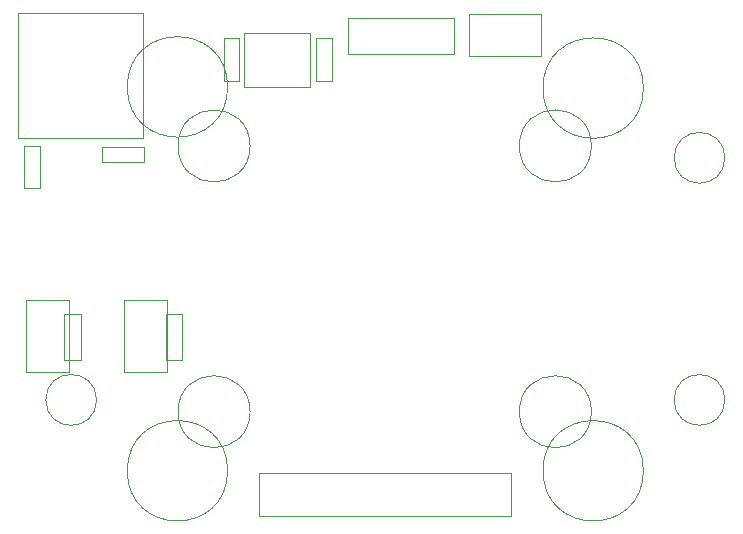
<source format=gbr>
G04 #@! TF.GenerationSoftware,KiCad,Pcbnew,5.0.0-rc2+dfsg1-3*
G04 #@! TF.CreationDate,2018-08-01T13:56:14+02:00*
G04 #@! TF.ProjectId,reform-trackball,7265666F726D2D747261636B62616C6C,rev?*
G04 #@! TF.SameCoordinates,Original*
G04 #@! TF.FileFunction,Other,User*
%FSLAX46Y46*%
G04 Gerber Fmt 4.6, Leading zero omitted, Abs format (unit mm)*
G04 Created by KiCad (PCBNEW 5.0.0-rc2+dfsg1-3) date Wed Aug  1 13:56:14 2018*
%MOMM*%
%LPD*%
G01*
G04 APERTURE LIST*
%ADD10C,0.050000*%
G04 APERTURE END LIST*
D10*
G04 #@! TO.C,C1*
X115550000Y-96300000D02*
X115550000Y-92700000D01*
X115550000Y-96300000D02*
X116850000Y-96300000D01*
X116850000Y-92700000D02*
X115550000Y-92700000D01*
X116850000Y-92700000D02*
X116850000Y-96300000D01*
G04 #@! TO.C,C2*
X124650000Y-92700000D02*
X124650000Y-96300000D01*
X124650000Y-92700000D02*
X123350000Y-92700000D01*
X123350000Y-96300000D02*
X124650000Y-96300000D01*
X123350000Y-96300000D02*
X123350000Y-92700000D01*
G04 #@! TO.C,C3*
X105200000Y-101850000D02*
X108800000Y-101850000D01*
X105200000Y-101850000D02*
X105200000Y-103150000D01*
X108800000Y-103150000D02*
X108800000Y-101850000D01*
X108800000Y-103150000D02*
X105200000Y-103150000D01*
G04 #@! TO.C,C4*
X98650000Y-105400000D02*
X98650000Y-101800000D01*
X98650000Y-105400000D02*
X99950000Y-105400000D01*
X99950000Y-101800000D02*
X98650000Y-101800000D01*
X99950000Y-101800000D02*
X99950000Y-105400000D01*
G04 #@! TO.C,Y1*
X122800000Y-92200000D02*
X117200000Y-92200000D01*
X122800000Y-96800000D02*
X122800000Y-92200000D01*
X117200000Y-96800000D02*
X122800000Y-96800000D01*
X117200000Y-92200000D02*
X117200000Y-96800000D01*
G04 #@! TO.C,MK2*
X157950000Y-102800000D02*
G75*
G03X157950000Y-102800000I-2150000J0D01*
G01*
G04 #@! TO.C,MK3*
X104750000Y-123300000D02*
G75*
G03X104750000Y-123300000I-2150000J0D01*
G01*
G04 #@! TO.C,MK4*
X157950000Y-123300000D02*
G75*
G03X157950000Y-123300000I-2150000J0D01*
G01*
G04 #@! TO.C,MK11*
X117750000Y-124300000D02*
G75*
G03X117750000Y-124300000I-3050000J0D01*
G01*
G04 #@! TO.C,MK9*
X117750000Y-101800000D02*
G75*
G03X117750000Y-101800000I-3050000J0D01*
G01*
G04 #@! TO.C,MK10*
X146650000Y-101800000D02*
G75*
G03X146650000Y-101800000I-3050000J0D01*
G01*
G04 #@! TO.C,MK12*
X146650000Y-124300000D02*
G75*
G03X146650000Y-124300000I-3050000J0D01*
G01*
G04 #@! TO.C,MK8*
X151050000Y-129300000D02*
G75*
G03X151050000Y-129300000I-4250000J0D01*
G01*
G04 #@! TO.C,MK7*
X115850000Y-129300000D02*
G75*
G03X115850000Y-129300000I-4250000J0D01*
G01*
G04 #@! TO.C,MK6*
X151050000Y-96900000D02*
G75*
G03X151050000Y-96900000I-4250000J0D01*
G01*
G04 #@! TO.C,MK5*
X115850000Y-96800000D02*
G75*
G03X115850000Y-96800000I-4250000J0D01*
G01*
G04 #@! TO.C,J6*
X142400000Y-94200000D02*
X142400000Y-90600000D01*
X136250000Y-94200000D02*
X142400000Y-94200000D01*
X136250000Y-90600000D02*
X136250000Y-94200000D01*
X142400000Y-90600000D02*
X136250000Y-90600000D01*
G04 #@! TO.C,J3*
X107100000Y-114800000D02*
X107100000Y-120950000D01*
X107100000Y-120950000D02*
X110700000Y-120950000D01*
X110700000Y-120950000D02*
X110700000Y-114800000D01*
X110700000Y-114800000D02*
X107100000Y-114800000D01*
G04 #@! TO.C,J7*
X102400000Y-114800000D02*
X98800000Y-114800000D01*
X102400000Y-120950000D02*
X102400000Y-114800000D01*
X98800000Y-120950000D02*
X102400000Y-120950000D01*
X98800000Y-114800000D02*
X98800000Y-120950000D01*
G04 #@! TO.C,J1*
X126000000Y-91000000D02*
X126000000Y-94000000D01*
X135000000Y-91000000D02*
X126000000Y-91000000D01*
X135000000Y-94000000D02*
X135000000Y-91000000D01*
X126000000Y-94000000D02*
X135000000Y-94000000D01*
G04 #@! TO.C,J2*
X118500000Y-129500000D02*
X118500000Y-133100000D01*
X139850000Y-129500000D02*
X118500000Y-129500000D01*
X139850000Y-133100000D02*
X139850000Y-129500000D01*
X118500000Y-133100000D02*
X139850000Y-133100000D01*
G04 #@! TO.C,R1*
X110600000Y-119960000D02*
X110600000Y-116050000D01*
X110600000Y-119960000D02*
X112000000Y-119960000D01*
X112000000Y-116050000D02*
X110600000Y-116050000D01*
X112000000Y-116050000D02*
X112000000Y-119960000D01*
G04 #@! TO.C,R2*
X103400000Y-116050000D02*
X103400000Y-119960000D01*
X103400000Y-116050000D02*
X102000000Y-116050000D01*
X102000000Y-119960000D02*
X103400000Y-119960000D01*
X102000000Y-119960000D02*
X102000000Y-116050000D01*
G04 #@! TO.C,U1*
X108700000Y-101100000D02*
X108700000Y-90500000D01*
X98100000Y-101100000D02*
X98100000Y-90500000D01*
X108700000Y-101100000D02*
X98100000Y-101100000D01*
X108700000Y-90500000D02*
X98100000Y-90500000D01*
G04 #@! TD*
M02*

</source>
